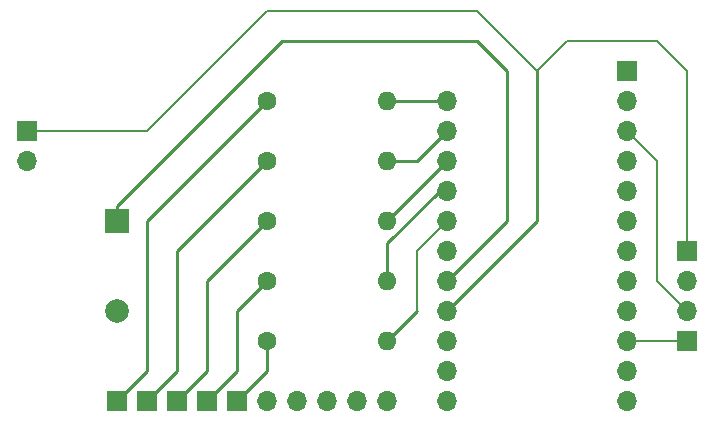
<source format=gbr>
%TF.GenerationSoftware,KiCad,Pcbnew,(6.0.2)*%
%TF.CreationDate,2022-03-12T14:55:35-05:00*%
%TF.ProjectId,letmein,6c65746d-6569-46e2-9e6b-696361645f70,rev?*%
%TF.SameCoordinates,Original*%
%TF.FileFunction,Copper,L1,Top*%
%TF.FilePolarity,Positive*%
%FSLAX46Y46*%
G04 Gerber Fmt 4.6, Leading zero omitted, Abs format (unit mm)*
G04 Created by KiCad (PCBNEW (6.0.2)) date 2022-03-12 14:55:35*
%MOMM*%
%LPD*%
G01*
G04 APERTURE LIST*
%TA.AperFunction,ComponentPad*%
%ADD10R,1.700000X1.700000*%
%TD*%
%TA.AperFunction,ComponentPad*%
%ADD11O,1.700000X1.700000*%
%TD*%
%TA.AperFunction,ComponentPad*%
%ADD12O,1.600000X1.600000*%
%TD*%
%TA.AperFunction,ComponentPad*%
%ADD13C,1.600000*%
%TD*%
%TA.AperFunction,ComponentPad*%
%ADD14C,2.000000*%
%TD*%
%TA.AperFunction,ComponentPad*%
%ADD15R,2.000000X2.000000*%
%TD*%
%TA.AperFunction,Conductor*%
%ADD16C,0.200000*%
%TD*%
%TA.AperFunction,Conductor*%
%ADD17C,0.250000*%
%TD*%
G04 APERTURE END LIST*
D10*
%TO.P,LED_STFU,4*%
%TO.N,N/C*%
X165100000Y-99060000D03*
D11*
%TO.P,LED_STFU,3*%
X165100000Y-96520000D03*
%TO.P,LED_STFU,2*%
X165100000Y-93980000D03*
D10*
%TO.P,LED_STFU,1*%
X165100000Y-91440000D03*
%TD*%
D11*
%TO.P,LED_header,10*%
%TO.N,N/C*%
X139700000Y-104140000D03*
%TO.P,LED_header,9*%
X137160000Y-104140000D03*
%TO.P,LED_header,8*%
X134620000Y-104140000D03*
%TO.P,LED_header,7*%
X132080000Y-104140000D03*
%TO.P,LED_header,6*%
X129540000Y-104140000D03*
D10*
%TO.P,LED_header,5*%
X127000000Y-104140000D03*
%TO.P,LED_header,4*%
X124460000Y-104140000D03*
%TO.P,LED_header,3*%
X121920000Y-104140000D03*
%TO.P,LED_header,2*%
X119380000Y-104140000D03*
%TO.P,LED_header,1*%
X116840000Y-104140000D03*
%TD*%
%TO.P,Button_ACK,1*%
%TO.N,N/C*%
X109220000Y-81280000D03*
D11*
%TO.P,Button_ACK,2*%
X109220000Y-83820000D03*
%TD*%
%TO.P,TinyS2,1*%
%TO.N,N/C*%
X144780000Y-78740000D03*
%TO.P,TinyS2,2*%
X144780000Y-81280000D03*
%TO.P,TinyS2,3*%
X144780000Y-83820000D03*
%TO.P,TinyS2,4*%
X144780000Y-86360000D03*
%TO.P,TinyS2,5*%
X144780000Y-88900000D03*
%TO.P,TinyS2,6*%
X144780000Y-91440000D03*
%TO.P,TinyS2,7*%
X144780000Y-93980000D03*
%TO.P,TinyS2,8*%
X144780000Y-96520000D03*
%TO.P,TinyS2,9*%
X144780000Y-99060000D03*
%TO.P,TinyS2,10*%
X144780000Y-101600000D03*
%TO.P,TinyS2,11*%
X144780000Y-104140000D03*
%TD*%
D12*
%TO.P,R_lvl_1,2*%
%TO.N,N/C*%
X139700000Y-93980000D03*
D13*
%TO.P,R_lvl_1,1*%
X129540000Y-93980000D03*
%TD*%
%TO.P,R_N_str,1*%
%TO.N,N/C*%
X129540000Y-83820000D03*
D12*
%TO.P,R_N_str,2*%
X139700000Y-83820000D03*
%TD*%
D14*
%TO.P,Buzzer,2*%
%TO.N,N/C*%
X116840000Y-96500000D03*
D15*
%TO.P,Buzzer,1*%
X116840000Y-88900000D03*
%TD*%
D12*
%TO.P,R_L_well,2*%
%TO.N,N/C*%
X139700000Y-99060000D03*
D13*
%TO.P,R_L_well,1*%
X129540000Y-99060000D03*
%TD*%
D12*
%TO.P,R_S_str,2*%
%TO.N,N/C*%
X139700000Y-78740000D03*
D13*
%TO.P,R_S_str,1*%
X129540000Y-78740000D03*
%TD*%
D10*
%TO.P, ,1*%
%TO.N,N/C*%
X160020000Y-76200000D03*
D11*
%TO.P, ,2*%
X160020000Y-78740000D03*
%TO.P, ,3*%
X160020000Y-81280000D03*
%TO.P, ,4*%
X160020000Y-83820000D03*
%TO.P, ,5*%
X160020000Y-86360000D03*
%TO.P, ,6*%
X160020000Y-88900000D03*
%TO.P, ,7*%
X160020000Y-91440000D03*
%TO.P, ,8*%
X160020000Y-93980000D03*
%TO.P, ,9*%
X160020000Y-96520000D03*
%TO.P, ,10*%
X160020000Y-99060000D03*
%TO.P, ,11*%
X160020000Y-101600000D03*
%TO.P, ,12*%
X160020000Y-104140000D03*
%TD*%
D12*
%TO.P,R_lvl_A,2*%
%TO.N,N/C*%
X139700000Y-88900000D03*
D13*
%TO.P,R_lvl_A,1*%
X129540000Y-88900000D03*
%TD*%
D16*
%TO.N,*%
X152400000Y-76200000D02*
X154940000Y-73660000D01*
X165100000Y-76200000D02*
X165100000Y-91440000D01*
X154940000Y-73660000D02*
X162560000Y-73660000D01*
X162560000Y-73660000D02*
X165100000Y-76200000D01*
X129540000Y-71120000D02*
X119380000Y-81280000D01*
X119380000Y-81280000D02*
X109220000Y-81280000D01*
X152400000Y-76200000D02*
X147320000Y-71120000D01*
X147320000Y-71120000D02*
X129540000Y-71120000D01*
D17*
X139700000Y-93980000D02*
X139700000Y-90805000D01*
X139700000Y-90805000D02*
X144145000Y-86360000D01*
X144145000Y-86360000D02*
X144780000Y-86360000D01*
D16*
X160020000Y-99060000D02*
X165100000Y-99060000D01*
X162560000Y-93980000D02*
X162560000Y-83820000D01*
X165100000Y-96520000D02*
X162560000Y-93980000D01*
X162560000Y-83820000D02*
X160020000Y-81280000D01*
D17*
X144780000Y-93980000D02*
X149860000Y-88900000D01*
X149860000Y-88900000D02*
X149860000Y-76200000D01*
X147320000Y-73660000D02*
X130810000Y-73660000D01*
X149860000Y-76200000D02*
X147320000Y-73660000D01*
X130810000Y-73660000D02*
X116840000Y-87630000D01*
X116840000Y-87630000D02*
X116840000Y-88900000D01*
X129540000Y-78740000D02*
X119380000Y-88900000D01*
X119380000Y-88900000D02*
X119380000Y-101600000D01*
X119380000Y-101600000D02*
X116840000Y-104140000D01*
X119380000Y-104140000D02*
X121920000Y-101600000D01*
X121920000Y-101600000D02*
X121920000Y-91440000D01*
X121920000Y-91440000D02*
X129540000Y-83820000D01*
X129540000Y-88900000D02*
X124460000Y-93980000D01*
X124460000Y-93980000D02*
X124460000Y-101600000D01*
X124460000Y-101600000D02*
X121920000Y-104140000D01*
X127000000Y-96520000D02*
X127000000Y-101600000D01*
X129540000Y-93980000D02*
X127000000Y-96520000D01*
X127000000Y-101600000D02*
X124460000Y-104140000D01*
X129540000Y-99060000D02*
X129540000Y-101600000D01*
X129540000Y-101600000D02*
X127000000Y-104140000D01*
X139700000Y-78740000D02*
X144780000Y-78740000D01*
X139700000Y-83820000D02*
X142240000Y-83820000D01*
X142240000Y-83820000D02*
X144780000Y-81280000D01*
X139700000Y-88900000D02*
X144780000Y-83820000D01*
X139700000Y-99060000D02*
X142240000Y-96520000D01*
D16*
X142240000Y-96520000D02*
X142240000Y-91440000D01*
X142240000Y-91440000D02*
X144780000Y-88900000D01*
D17*
X152400000Y-88900000D02*
X144780000Y-96520000D01*
X152400000Y-76200000D02*
X152400000Y-88900000D01*
%TD*%
M02*

</source>
